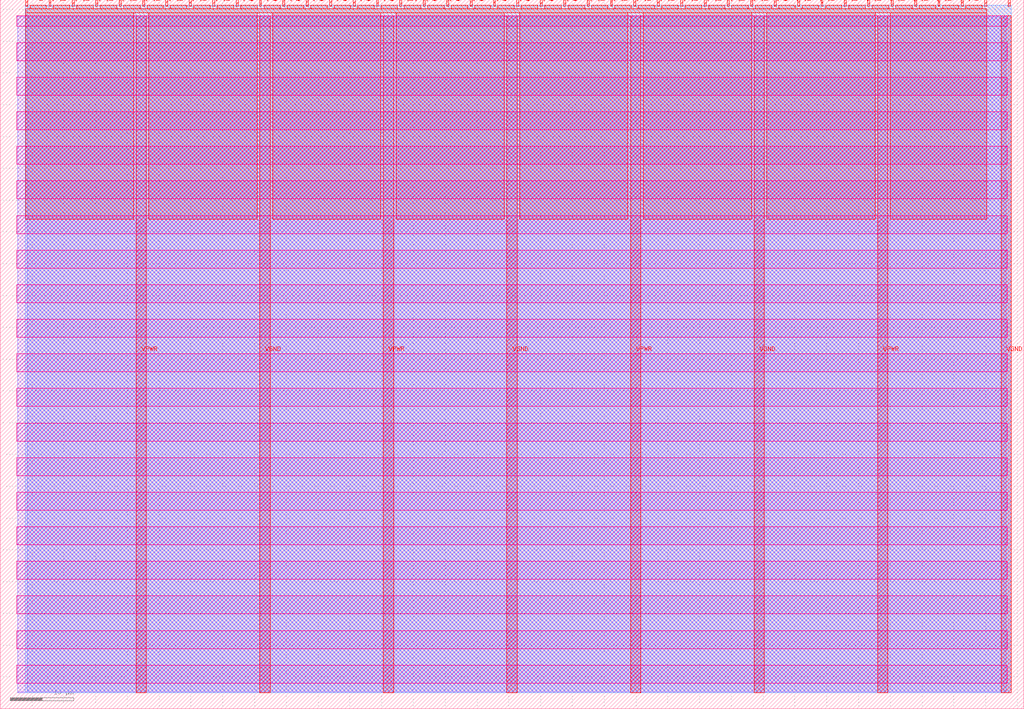
<source format=lef>
VERSION 5.7 ;
  NOWIREEXTENSIONATPIN ON ;
  DIVIDERCHAR "/" ;
  BUSBITCHARS "[]" ;
MACRO tt_um_PWM_Sine_UART
  CLASS BLOCK ;
  FOREIGN tt_um_PWM_Sine_UART ;
  ORIGIN 0.000 0.000 ;
  SIZE 161.000 BY 111.520 ;
  PIN VGND
    DIRECTION INOUT ;
    USE GROUND ;
    PORT
      LAYER met4 ;
        RECT 40.830 2.480 42.430 109.040 ;
    END
    PORT
      LAYER met4 ;
        RECT 79.700 2.480 81.300 109.040 ;
    END
    PORT
      LAYER met4 ;
        RECT 118.570 2.480 120.170 109.040 ;
    END
    PORT
      LAYER met4 ;
        RECT 157.440 2.480 159.040 109.040 ;
    END
  END VGND
  PIN VPWR
    DIRECTION INOUT ;
    USE POWER ;
    PORT
      LAYER met4 ;
        RECT 21.395 2.480 22.995 109.040 ;
    END
    PORT
      LAYER met4 ;
        RECT 60.265 2.480 61.865 109.040 ;
    END
    PORT
      LAYER met4 ;
        RECT 99.135 2.480 100.735 109.040 ;
    END
    PORT
      LAYER met4 ;
        RECT 138.005 2.480 139.605 109.040 ;
    END
  END VPWR
  PIN clk
    DIRECTION INPUT ;
    USE SIGNAL ;
    ANTENNAGATEAREA 0.852000 ;
    PORT
      LAYER met4 ;
        RECT 154.870 110.520 155.170 111.520 ;
    END
  END clk
  PIN ena
    DIRECTION INPUT ;
    USE SIGNAL ;
    PORT
      LAYER met4 ;
        RECT 158.550 110.520 158.850 111.520 ;
    END
  END ena
  PIN rst_n
    DIRECTION INPUT ;
    USE SIGNAL ;
    PORT
      LAYER met4 ;
        RECT 151.190 110.520 151.490 111.520 ;
    END
  END rst_n
  PIN ui_in[0]
    DIRECTION INPUT ;
    USE SIGNAL ;
    ANTENNAGATEAREA 0.196500 ;
    PORT
      LAYER met4 ;
        RECT 147.510 110.520 147.810 111.520 ;
    END
  END ui_in[0]
  PIN ui_in[1]
    DIRECTION INPUT ;
    USE SIGNAL ;
    PORT
      LAYER met4 ;
        RECT 143.830 110.520 144.130 111.520 ;
    END
  END ui_in[1]
  PIN ui_in[2]
    DIRECTION INPUT ;
    USE SIGNAL ;
    PORT
      LAYER met4 ;
        RECT 140.150 110.520 140.450 111.520 ;
    END
  END ui_in[2]
  PIN ui_in[3]
    DIRECTION INPUT ;
    USE SIGNAL ;
    PORT
      LAYER met4 ;
        RECT 136.470 110.520 136.770 111.520 ;
    END
  END ui_in[3]
  PIN ui_in[4]
    DIRECTION INPUT ;
    USE SIGNAL ;
    PORT
      LAYER met4 ;
        RECT 132.790 110.520 133.090 111.520 ;
    END
  END ui_in[4]
  PIN ui_in[5]
    DIRECTION INPUT ;
    USE SIGNAL ;
    ANTENNAGATEAREA 0.159000 ;
    PORT
      LAYER met4 ;
        RECT 129.110 110.520 129.410 111.520 ;
    END
  END ui_in[5]
  PIN ui_in[6]
    DIRECTION INPUT ;
    USE SIGNAL ;
    ANTENNAGATEAREA 0.213000 ;
    PORT
      LAYER met4 ;
        RECT 125.430 110.520 125.730 111.520 ;
    END
  END ui_in[6]
  PIN ui_in[7]
    DIRECTION INPUT ;
    USE SIGNAL ;
    PORT
      LAYER met4 ;
        RECT 121.750 110.520 122.050 111.520 ;
    END
  END ui_in[7]
  PIN uio_in[0]
    DIRECTION INPUT ;
    USE SIGNAL ;
    PORT
      LAYER met4 ;
        RECT 118.070 110.520 118.370 111.520 ;
    END
  END uio_in[0]
  PIN uio_in[1]
    DIRECTION INPUT ;
    USE SIGNAL ;
    PORT
      LAYER met4 ;
        RECT 114.390 110.520 114.690 111.520 ;
    END
  END uio_in[1]
  PIN uio_in[2]
    DIRECTION INPUT ;
    USE SIGNAL ;
    PORT
      LAYER met4 ;
        RECT 110.710 110.520 111.010 111.520 ;
    END
  END uio_in[2]
  PIN uio_in[3]
    DIRECTION INPUT ;
    USE SIGNAL ;
    PORT
      LAYER met4 ;
        RECT 107.030 110.520 107.330 111.520 ;
    END
  END uio_in[3]
  PIN uio_in[4]
    DIRECTION INPUT ;
    USE SIGNAL ;
    PORT
      LAYER met4 ;
        RECT 103.350 110.520 103.650 111.520 ;
    END
  END uio_in[4]
  PIN uio_in[5]
    DIRECTION INPUT ;
    USE SIGNAL ;
    PORT
      LAYER met4 ;
        RECT 99.670 110.520 99.970 111.520 ;
    END
  END uio_in[5]
  PIN uio_in[6]
    DIRECTION INPUT ;
    USE SIGNAL ;
    PORT
      LAYER met4 ;
        RECT 95.990 110.520 96.290 111.520 ;
    END
  END uio_in[6]
  PIN uio_in[7]
    DIRECTION INPUT ;
    USE SIGNAL ;
    PORT
      LAYER met4 ;
        RECT 92.310 110.520 92.610 111.520 ;
    END
  END uio_in[7]
  PIN uio_oe[0]
    DIRECTION OUTPUT TRISTATE ;
    USE SIGNAL ;
    PORT
      LAYER met4 ;
        RECT 29.750 110.520 30.050 111.520 ;
    END
  END uio_oe[0]
  PIN uio_oe[1]
    DIRECTION OUTPUT TRISTATE ;
    USE SIGNAL ;
    PORT
      LAYER met4 ;
        RECT 26.070 110.520 26.370 111.520 ;
    END
  END uio_oe[1]
  PIN uio_oe[2]
    DIRECTION OUTPUT TRISTATE ;
    USE SIGNAL ;
    PORT
      LAYER met4 ;
        RECT 22.390 110.520 22.690 111.520 ;
    END
  END uio_oe[2]
  PIN uio_oe[3]
    DIRECTION OUTPUT TRISTATE ;
    USE SIGNAL ;
    PORT
      LAYER met4 ;
        RECT 18.710 110.520 19.010 111.520 ;
    END
  END uio_oe[3]
  PIN uio_oe[4]
    DIRECTION OUTPUT TRISTATE ;
    USE SIGNAL ;
    PORT
      LAYER met4 ;
        RECT 15.030 110.520 15.330 111.520 ;
    END
  END uio_oe[4]
  PIN uio_oe[5]
    DIRECTION OUTPUT TRISTATE ;
    USE SIGNAL ;
    PORT
      LAYER met4 ;
        RECT 11.350 110.520 11.650 111.520 ;
    END
  END uio_oe[5]
  PIN uio_oe[6]
    DIRECTION OUTPUT TRISTATE ;
    USE SIGNAL ;
    PORT
      LAYER met4 ;
        RECT 7.670 110.520 7.970 111.520 ;
    END
  END uio_oe[6]
  PIN uio_oe[7]
    DIRECTION OUTPUT TRISTATE ;
    USE SIGNAL ;
    PORT
      LAYER met4 ;
        RECT 3.990 110.520 4.290 111.520 ;
    END
  END uio_oe[7]
  PIN uio_out[0]
    DIRECTION OUTPUT TRISTATE ;
    USE SIGNAL ;
    PORT
      LAYER met4 ;
        RECT 59.190 110.520 59.490 111.520 ;
    END
  END uio_out[0]
  PIN uio_out[1]
    DIRECTION OUTPUT TRISTATE ;
    USE SIGNAL ;
    PORT
      LAYER met4 ;
        RECT 55.510 110.520 55.810 111.520 ;
    END
  END uio_out[1]
  PIN uio_out[2]
    DIRECTION OUTPUT TRISTATE ;
    USE SIGNAL ;
    PORT
      LAYER met4 ;
        RECT 51.830 110.520 52.130 111.520 ;
    END
  END uio_out[2]
  PIN uio_out[3]
    DIRECTION OUTPUT TRISTATE ;
    USE SIGNAL ;
    PORT
      LAYER met4 ;
        RECT 48.150 110.520 48.450 111.520 ;
    END
  END uio_out[3]
  PIN uio_out[4]
    DIRECTION OUTPUT TRISTATE ;
    USE SIGNAL ;
    PORT
      LAYER met4 ;
        RECT 44.470 110.520 44.770 111.520 ;
    END
  END uio_out[4]
  PIN uio_out[5]
    DIRECTION OUTPUT TRISTATE ;
    USE SIGNAL ;
    PORT
      LAYER met4 ;
        RECT 40.790 110.520 41.090 111.520 ;
    END
  END uio_out[5]
  PIN uio_out[6]
    DIRECTION OUTPUT TRISTATE ;
    USE SIGNAL ;
    PORT
      LAYER met4 ;
        RECT 37.110 110.520 37.410 111.520 ;
    END
  END uio_out[6]
  PIN uio_out[7]
    DIRECTION OUTPUT TRISTATE ;
    USE SIGNAL ;
    PORT
      LAYER met4 ;
        RECT 33.430 110.520 33.730 111.520 ;
    END
  END uio_out[7]
  PIN uo_out[0]
    DIRECTION OUTPUT TRISTATE ;
    USE SIGNAL ;
    ANTENNADIFFAREA 0.795200 ;
    PORT
      LAYER met4 ;
        RECT 88.630 110.520 88.930 111.520 ;
    END
  END uo_out[0]
  PIN uo_out[1]
    DIRECTION OUTPUT TRISTATE ;
    USE SIGNAL ;
    PORT
      LAYER met4 ;
        RECT 84.950 110.520 85.250 111.520 ;
    END
  END uo_out[1]
  PIN uo_out[2]
    DIRECTION OUTPUT TRISTATE ;
    USE SIGNAL ;
    ANTENNADIFFAREA 0.795200 ;
    PORT
      LAYER met4 ;
        RECT 81.270 110.520 81.570 111.520 ;
    END
  END uo_out[2]
  PIN uo_out[3]
    DIRECTION OUTPUT TRISTATE ;
    USE SIGNAL ;
    PORT
      LAYER met4 ;
        RECT 77.590 110.520 77.890 111.520 ;
    END
  END uo_out[3]
  PIN uo_out[4]
    DIRECTION OUTPUT TRISTATE ;
    USE SIGNAL ;
    PORT
      LAYER met4 ;
        RECT 73.910 110.520 74.210 111.520 ;
    END
  END uo_out[4]
  PIN uo_out[5]
    DIRECTION OUTPUT TRISTATE ;
    USE SIGNAL ;
    PORT
      LAYER met4 ;
        RECT 70.230 110.520 70.530 111.520 ;
    END
  END uo_out[5]
  PIN uo_out[6]
    DIRECTION OUTPUT TRISTATE ;
    USE SIGNAL ;
    PORT
      LAYER met4 ;
        RECT 66.550 110.520 66.850 111.520 ;
    END
  END uo_out[6]
  PIN uo_out[7]
    DIRECTION OUTPUT TRISTATE ;
    USE SIGNAL ;
    PORT
      LAYER met4 ;
        RECT 62.870 110.520 63.170 111.520 ;
    END
  END uo_out[7]
  OBS
      LAYER nwell ;
        RECT 2.570 107.385 158.430 108.990 ;
        RECT 2.570 101.945 158.430 104.775 ;
        RECT 2.570 96.505 158.430 99.335 ;
        RECT 2.570 91.065 158.430 93.895 ;
        RECT 2.570 85.625 158.430 88.455 ;
        RECT 2.570 80.185 158.430 83.015 ;
        RECT 2.570 74.745 158.430 77.575 ;
        RECT 2.570 69.305 158.430 72.135 ;
        RECT 2.570 63.865 158.430 66.695 ;
        RECT 2.570 58.425 158.430 61.255 ;
        RECT 2.570 52.985 158.430 55.815 ;
        RECT 2.570 47.545 158.430 50.375 ;
        RECT 2.570 42.105 158.430 44.935 ;
        RECT 2.570 36.665 158.430 39.495 ;
        RECT 2.570 31.225 158.430 34.055 ;
        RECT 2.570 25.785 158.430 28.615 ;
        RECT 2.570 20.345 158.430 23.175 ;
        RECT 2.570 14.905 158.430 17.735 ;
        RECT 2.570 9.465 158.430 12.295 ;
        RECT 2.570 4.025 158.430 6.855 ;
      LAYER li1 ;
        RECT 2.760 2.635 158.240 108.885 ;
      LAYER met1 ;
        RECT 2.760 2.480 159.040 109.040 ;
      LAYER met2 ;
        RECT 4.230 2.535 159.010 110.685 ;
      LAYER met3 ;
        RECT 3.950 2.555 159.030 110.665 ;
      LAYER met4 ;
        RECT 4.690 110.120 7.270 110.665 ;
        RECT 8.370 110.120 10.950 110.665 ;
        RECT 12.050 110.120 14.630 110.665 ;
        RECT 15.730 110.120 18.310 110.665 ;
        RECT 19.410 110.120 21.990 110.665 ;
        RECT 23.090 110.120 25.670 110.665 ;
        RECT 26.770 110.120 29.350 110.665 ;
        RECT 30.450 110.120 33.030 110.665 ;
        RECT 34.130 110.120 36.710 110.665 ;
        RECT 37.810 110.120 40.390 110.665 ;
        RECT 41.490 110.120 44.070 110.665 ;
        RECT 45.170 110.120 47.750 110.665 ;
        RECT 48.850 110.120 51.430 110.665 ;
        RECT 52.530 110.120 55.110 110.665 ;
        RECT 56.210 110.120 58.790 110.665 ;
        RECT 59.890 110.120 62.470 110.665 ;
        RECT 63.570 110.120 66.150 110.665 ;
        RECT 67.250 110.120 69.830 110.665 ;
        RECT 70.930 110.120 73.510 110.665 ;
        RECT 74.610 110.120 77.190 110.665 ;
        RECT 78.290 110.120 80.870 110.665 ;
        RECT 81.970 110.120 84.550 110.665 ;
        RECT 85.650 110.120 88.230 110.665 ;
        RECT 89.330 110.120 91.910 110.665 ;
        RECT 93.010 110.120 95.590 110.665 ;
        RECT 96.690 110.120 99.270 110.665 ;
        RECT 100.370 110.120 102.950 110.665 ;
        RECT 104.050 110.120 106.630 110.665 ;
        RECT 107.730 110.120 110.310 110.665 ;
        RECT 111.410 110.120 113.990 110.665 ;
        RECT 115.090 110.120 117.670 110.665 ;
        RECT 118.770 110.120 121.350 110.665 ;
        RECT 122.450 110.120 125.030 110.665 ;
        RECT 126.130 110.120 128.710 110.665 ;
        RECT 129.810 110.120 132.390 110.665 ;
        RECT 133.490 110.120 136.070 110.665 ;
        RECT 137.170 110.120 139.750 110.665 ;
        RECT 140.850 110.120 143.430 110.665 ;
        RECT 144.530 110.120 147.110 110.665 ;
        RECT 148.210 110.120 150.790 110.665 ;
        RECT 151.890 110.120 154.470 110.665 ;
        RECT 3.975 109.440 155.185 110.120 ;
        RECT 3.975 77.015 20.995 109.440 ;
        RECT 23.395 77.015 40.430 109.440 ;
        RECT 42.830 77.015 59.865 109.440 ;
        RECT 62.265 77.015 79.300 109.440 ;
        RECT 81.700 77.015 98.735 109.440 ;
        RECT 101.135 77.015 118.170 109.440 ;
        RECT 120.570 77.015 137.605 109.440 ;
        RECT 140.005 77.015 155.185 109.440 ;
  END
END tt_um_PWM_Sine_UART
END LIBRARY


</source>
